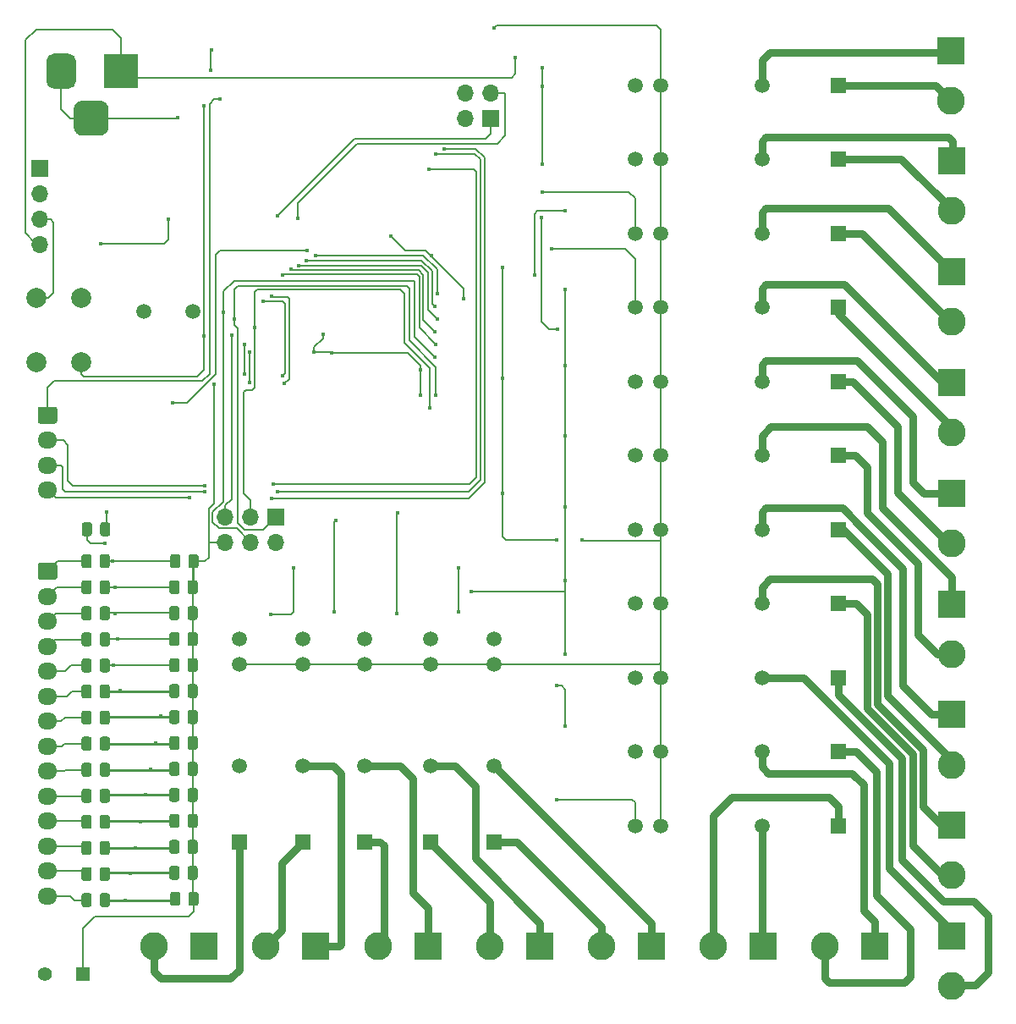
<source format=gbl>
G04 #@! TF.GenerationSoftware,KiCad,Pcbnew,(5.1.12)-1*
G04 #@! TF.CreationDate,2021-11-18T21:12:02+02:00*
G04 #@! TF.ProjectId,SmartHome,536d6172-7448-46f6-9d65-2e6b69636164,rev?*
G04 #@! TF.SameCoordinates,Original*
G04 #@! TF.FileFunction,Copper,L2,Bot*
G04 #@! TF.FilePolarity,Positive*
%FSLAX46Y46*%
G04 Gerber Fmt 4.6, Leading zero omitted, Abs format (unit mm)*
G04 Created by KiCad (PCBNEW (5.1.12)-1) date 2021-11-18 21:12:02*
%MOMM*%
%LPD*%
G01*
G04 APERTURE LIST*
G04 #@! TA.AperFunction,ComponentPad*
%ADD10R,1.700000X1.700000*%
G04 #@! TD*
G04 #@! TA.AperFunction,ComponentPad*
%ADD11O,1.700000X1.700000*%
G04 #@! TD*
G04 #@! TA.AperFunction,ComponentPad*
%ADD12R,1.508000X1.508000*%
G04 #@! TD*
G04 #@! TA.AperFunction,ComponentPad*
%ADD13C,1.508000*%
G04 #@! TD*
G04 #@! TA.AperFunction,ComponentPad*
%ADD14C,1.400000*%
G04 #@! TD*
G04 #@! TA.AperFunction,ComponentPad*
%ADD15R,1.400000X1.400000*%
G04 #@! TD*
G04 #@! TA.AperFunction,ComponentPad*
%ADD16O,1.950000X1.700000*%
G04 #@! TD*
G04 #@! TA.AperFunction,ComponentPad*
%ADD17C,2.000000*%
G04 #@! TD*
G04 #@! TA.AperFunction,ComponentPad*
%ADD18C,1.500000*%
G04 #@! TD*
G04 #@! TA.AperFunction,ComponentPad*
%ADD19C,2.800000*%
G04 #@! TD*
G04 #@! TA.AperFunction,ComponentPad*
%ADD20R,2.800000X2.800000*%
G04 #@! TD*
G04 #@! TA.AperFunction,ComponentPad*
%ADD21R,3.500000X3.500000*%
G04 #@! TD*
G04 #@! TA.AperFunction,ViaPad*
%ADD22C,0.400000*%
G04 #@! TD*
G04 #@! TA.AperFunction,Conductor*
%ADD23C,0.200000*%
G04 #@! TD*
G04 #@! TA.AperFunction,Conductor*
%ADD24C,0.250000*%
G04 #@! TD*
G04 #@! TA.AperFunction,Conductor*
%ADD25C,0.800000*%
G04 #@! TD*
G04 APERTURE END LIST*
G04 #@! TA.AperFunction,SMDPad,CuDef*
G36*
G01*
X150295560Y17218239D02*
X150295560Y18118241D01*
G75*
G02*
X150545559Y18368240I249999J0D01*
G01*
X151070561Y18368240D01*
G75*
G02*
X151320560Y18118241I0J-249999D01*
G01*
X151320560Y17218239D01*
G75*
G02*
X151070561Y16968240I-249999J0D01*
G01*
X150545559Y16968240D01*
G75*
G02*
X150295560Y17218239I0J249999D01*
G01*
G37*
G04 #@! TD.AperFunction*
G04 #@! TA.AperFunction,SMDPad,CuDef*
G36*
G01*
X148470560Y17218239D02*
X148470560Y18118241D01*
G75*
G02*
X148720559Y18368240I249999J0D01*
G01*
X149245561Y18368240D01*
G75*
G02*
X149495560Y18118241I0J-249999D01*
G01*
X149495560Y17218239D01*
G75*
G02*
X149245561Y16968240I-249999J0D01*
G01*
X148720559Y16968240D01*
G75*
G02*
X148470560Y17218239I0J249999D01*
G01*
G37*
G04 #@! TD.AperFunction*
D10*
X144264380Y53733700D03*
D11*
X144264380Y51193700D03*
X144264380Y48653700D03*
X144264380Y46113700D03*
D12*
X164208000Y-13589000D03*
D13*
X164208000Y-5969000D03*
X164208000Y4191000D03*
X164208000Y6731000D03*
D14*
X144780000Y-26797000D03*
D15*
X148590000Y-26797000D03*
D16*
X145034000Y21583000D03*
X145034000Y24083000D03*
X145034000Y26583000D03*
G04 #@! TA.AperFunction,ComponentPad*
G36*
G01*
X144309000Y29933000D02*
X145759000Y29933000D01*
G75*
G02*
X146009000Y29683000I0J-250000D01*
G01*
X146009000Y28483000D01*
G75*
G02*
X145759000Y28233000I-250000J0D01*
G01*
X144309000Y28233000D01*
G75*
G02*
X144059000Y28483000I0J250000D01*
G01*
X144059000Y29683000D01*
G75*
G02*
X144309000Y29933000I250000J0D01*
G01*
G37*
G04 #@! TD.AperFunction*
D17*
X143913860Y40845880D03*
X148413860Y40845880D03*
X143913860Y34345880D03*
X148413860Y34345880D03*
G04 #@! TA.AperFunction,SMDPad,CuDef*
G36*
G01*
X159126500Y-19754001D02*
X159126500Y-18853999D01*
G75*
G02*
X159376499Y-18604000I249999J0D01*
G01*
X159901501Y-18604000D01*
G75*
G02*
X160151500Y-18853999I0J-249999D01*
G01*
X160151500Y-19754001D01*
G75*
G02*
X159901501Y-20004000I-249999J0D01*
G01*
X159376499Y-20004000D01*
G75*
G02*
X159126500Y-19754001I0J249999D01*
G01*
G37*
G04 #@! TD.AperFunction*
G04 #@! TA.AperFunction,SMDPad,CuDef*
G36*
G01*
X157301500Y-19754001D02*
X157301500Y-18853999D01*
G75*
G02*
X157551499Y-18604000I249999J0D01*
G01*
X158076501Y-18604000D01*
G75*
G02*
X158326500Y-18853999I0J-249999D01*
G01*
X158326500Y-19754001D01*
G75*
G02*
X158076501Y-20004000I-249999J0D01*
G01*
X157551499Y-20004000D01*
G75*
G02*
X157301500Y-19754001I0J249999D01*
G01*
G37*
G04 #@! TD.AperFunction*
G04 #@! TA.AperFunction,SMDPad,CuDef*
G36*
G01*
X159046500Y-17155381D02*
X159046500Y-16255379D01*
G75*
G02*
X159296499Y-16005380I249999J0D01*
G01*
X159821501Y-16005380D01*
G75*
G02*
X160071500Y-16255379I0J-249999D01*
G01*
X160071500Y-17155381D01*
G75*
G02*
X159821501Y-17405380I-249999J0D01*
G01*
X159296499Y-17405380D01*
G75*
G02*
X159046500Y-17155381I0J249999D01*
G01*
G37*
G04 #@! TD.AperFunction*
G04 #@! TA.AperFunction,SMDPad,CuDef*
G36*
G01*
X157221500Y-17155381D02*
X157221500Y-16255379D01*
G75*
G02*
X157471499Y-16005380I249999J0D01*
G01*
X157996501Y-16005380D01*
G75*
G02*
X158246500Y-16255379I0J-249999D01*
G01*
X158246500Y-17155381D01*
G75*
G02*
X157996501Y-17405380I-249999J0D01*
G01*
X157471499Y-17405380D01*
G75*
G02*
X157221500Y-17155381I0J249999D01*
G01*
G37*
G04 #@! TD.AperFunction*
G04 #@! TA.AperFunction,SMDPad,CuDef*
G36*
G01*
X150260000Y-19881001D02*
X150260000Y-18980999D01*
G75*
G02*
X150509999Y-18731000I249999J0D01*
G01*
X151035001Y-18731000D01*
G75*
G02*
X151285000Y-18980999I0J-249999D01*
G01*
X151285000Y-19881001D01*
G75*
G02*
X151035001Y-20131000I-249999J0D01*
G01*
X150509999Y-20131000D01*
G75*
G02*
X150260000Y-19881001I0J249999D01*
G01*
G37*
G04 #@! TD.AperFunction*
G04 #@! TA.AperFunction,SMDPad,CuDef*
G36*
G01*
X148435000Y-19881001D02*
X148435000Y-18980999D01*
G75*
G02*
X148684999Y-18731000I249999J0D01*
G01*
X149210001Y-18731000D01*
G75*
G02*
X149460000Y-18980999I0J-249999D01*
G01*
X149460000Y-19881001D01*
G75*
G02*
X149210001Y-20131000I-249999J0D01*
G01*
X148684999Y-20131000D01*
G75*
G02*
X148435000Y-19881001I0J249999D01*
G01*
G37*
G04 #@! TD.AperFunction*
G04 #@! TA.AperFunction,SMDPad,CuDef*
G36*
G01*
X150260000Y-17272609D02*
X150260000Y-16372607D01*
G75*
G02*
X150509999Y-16122608I249999J0D01*
G01*
X151035001Y-16122608D01*
G75*
G02*
X151285000Y-16372607I0J-249999D01*
G01*
X151285000Y-17272609D01*
G75*
G02*
X151035001Y-17522608I-249999J0D01*
G01*
X150509999Y-17522608D01*
G75*
G02*
X150260000Y-17272609I0J249999D01*
G01*
G37*
G04 #@! TD.AperFunction*
G04 #@! TA.AperFunction,SMDPad,CuDef*
G36*
G01*
X148435000Y-17272609D02*
X148435000Y-16372607D01*
G75*
G02*
X148684999Y-16122608I249999J0D01*
G01*
X149210001Y-16122608D01*
G75*
G02*
X149460000Y-16372607I0J-249999D01*
G01*
X149460000Y-17272609D01*
G75*
G02*
X149210001Y-17522608I-249999J0D01*
G01*
X148684999Y-17522608D01*
G75*
G02*
X148435000Y-17272609I0J249999D01*
G01*
G37*
G04 #@! TD.AperFunction*
G04 #@! TA.AperFunction,SMDPad,CuDef*
G36*
G01*
X159046500Y-11958151D02*
X159046500Y-11058149D01*
G75*
G02*
X159296499Y-10808150I249999J0D01*
G01*
X159821501Y-10808150D01*
G75*
G02*
X160071500Y-11058149I0J-249999D01*
G01*
X160071500Y-11958151D01*
G75*
G02*
X159821501Y-12208150I-249999J0D01*
G01*
X159296499Y-12208150D01*
G75*
G02*
X159046500Y-11958151I0J249999D01*
G01*
G37*
G04 #@! TD.AperFunction*
G04 #@! TA.AperFunction,SMDPad,CuDef*
G36*
G01*
X157221500Y-11958151D02*
X157221500Y-11058149D01*
G75*
G02*
X157471499Y-10808150I249999J0D01*
G01*
X157996501Y-10808150D01*
G75*
G02*
X158246500Y-11058149I0J-249999D01*
G01*
X158246500Y-11958151D01*
G75*
G02*
X157996501Y-12208150I-249999J0D01*
G01*
X157471499Y-12208150D01*
G75*
G02*
X157221500Y-11958151I0J249999D01*
G01*
G37*
G04 #@! TD.AperFunction*
G04 #@! TA.AperFunction,SMDPad,CuDef*
G36*
G01*
X159046500Y-9359536D02*
X159046500Y-8459534D01*
G75*
G02*
X159296499Y-8209535I249999J0D01*
G01*
X159821501Y-8209535D01*
G75*
G02*
X160071500Y-8459534I0J-249999D01*
G01*
X160071500Y-9359536D01*
G75*
G02*
X159821501Y-9609535I-249999J0D01*
G01*
X159296499Y-9609535D01*
G75*
G02*
X159046500Y-9359536I0J249999D01*
G01*
G37*
G04 #@! TD.AperFunction*
G04 #@! TA.AperFunction,SMDPad,CuDef*
G36*
G01*
X157221500Y-9359536D02*
X157221500Y-8459534D01*
G75*
G02*
X157471499Y-8209535I249999J0D01*
G01*
X157996501Y-8209535D01*
G75*
G02*
X158246500Y-8459534I0J-249999D01*
G01*
X158246500Y-9359536D01*
G75*
G02*
X157996501Y-9609535I-249999J0D01*
G01*
X157471499Y-9609535D01*
G75*
G02*
X157221500Y-9359536I0J249999D01*
G01*
G37*
G04 #@! TD.AperFunction*
G04 #@! TA.AperFunction,SMDPad,CuDef*
G36*
G01*
X159046500Y-14556766D02*
X159046500Y-13656764D01*
G75*
G02*
X159296499Y-13406765I249999J0D01*
G01*
X159821501Y-13406765D01*
G75*
G02*
X160071500Y-13656764I0J-249999D01*
G01*
X160071500Y-14556766D01*
G75*
G02*
X159821501Y-14806765I-249999J0D01*
G01*
X159296499Y-14806765D01*
G75*
G02*
X159046500Y-14556766I0J249999D01*
G01*
G37*
G04 #@! TD.AperFunction*
G04 #@! TA.AperFunction,SMDPad,CuDef*
G36*
G01*
X157221500Y-14556766D02*
X157221500Y-13656764D01*
G75*
G02*
X157471499Y-13406765I249999J0D01*
G01*
X157996501Y-13406765D01*
G75*
G02*
X158246500Y-13656764I0J-249999D01*
G01*
X158246500Y-14556766D01*
G75*
G02*
X157996501Y-14806765I-249999J0D01*
G01*
X157471499Y-14806765D01*
G75*
G02*
X157221500Y-14556766I0J249999D01*
G01*
G37*
G04 #@! TD.AperFunction*
G04 #@! TA.AperFunction,SMDPad,CuDef*
G36*
G01*
X150260000Y-12055841D02*
X150260000Y-11155839D01*
G75*
G02*
X150509999Y-10905840I249999J0D01*
G01*
X151035001Y-10905840D01*
G75*
G02*
X151285000Y-11155839I0J-249999D01*
G01*
X151285000Y-12055841D01*
G75*
G02*
X151035001Y-12305840I-249999J0D01*
G01*
X150509999Y-12305840D01*
G75*
G02*
X150260000Y-12055841I0J249999D01*
G01*
G37*
G04 #@! TD.AperFunction*
G04 #@! TA.AperFunction,SMDPad,CuDef*
G36*
G01*
X148435000Y-12055841D02*
X148435000Y-11155839D01*
G75*
G02*
X148684999Y-10905840I249999J0D01*
G01*
X149210001Y-10905840D01*
G75*
G02*
X149460000Y-11155839I0J-249999D01*
G01*
X149460000Y-12055841D01*
G75*
G02*
X149210001Y-12305840I-249999J0D01*
G01*
X148684999Y-12305840D01*
G75*
G02*
X148435000Y-12055841I0J249999D01*
G01*
G37*
G04 #@! TD.AperFunction*
G04 #@! TA.AperFunction,SMDPad,CuDef*
G36*
G01*
X150260000Y-9447457D02*
X150260000Y-8547455D01*
G75*
G02*
X150509999Y-8297456I249999J0D01*
G01*
X151035001Y-8297456D01*
G75*
G02*
X151285000Y-8547455I0J-249999D01*
G01*
X151285000Y-9447457D01*
G75*
G02*
X151035001Y-9697456I-249999J0D01*
G01*
X150509999Y-9697456D01*
G75*
G02*
X150260000Y-9447457I0J249999D01*
G01*
G37*
G04 #@! TD.AperFunction*
G04 #@! TA.AperFunction,SMDPad,CuDef*
G36*
G01*
X148435000Y-9447457D02*
X148435000Y-8547455D01*
G75*
G02*
X148684999Y-8297456I249999J0D01*
G01*
X149210001Y-8297456D01*
G75*
G02*
X149460000Y-8547455I0J-249999D01*
G01*
X149460000Y-9447457D01*
G75*
G02*
X149210001Y-9697456I-249999J0D01*
G01*
X148684999Y-9697456D01*
G75*
G02*
X148435000Y-9447457I0J249999D01*
G01*
G37*
G04 #@! TD.AperFunction*
G04 #@! TA.AperFunction,SMDPad,CuDef*
G36*
G01*
X150260000Y-14664225D02*
X150260000Y-13764223D01*
G75*
G02*
X150509999Y-13514224I249999J0D01*
G01*
X151035001Y-13514224D01*
G75*
G02*
X151285000Y-13764223I0J-249999D01*
G01*
X151285000Y-14664225D01*
G75*
G02*
X151035001Y-14914224I-249999J0D01*
G01*
X150509999Y-14914224D01*
G75*
G02*
X150260000Y-14664225I0J249999D01*
G01*
G37*
G04 #@! TD.AperFunction*
G04 #@! TA.AperFunction,SMDPad,CuDef*
G36*
G01*
X148435000Y-14664225D02*
X148435000Y-13764223D01*
G75*
G02*
X148684999Y-13514224I249999J0D01*
G01*
X149210001Y-13514224D01*
G75*
G02*
X149460000Y-13764223I0J-249999D01*
G01*
X149460000Y-14664225D01*
G75*
G02*
X149210001Y-14914224I-249999J0D01*
G01*
X148684999Y-14914224D01*
G75*
G02*
X148435000Y-14664225I0J249999D01*
G01*
G37*
G04 #@! TD.AperFunction*
G04 #@! TA.AperFunction,SMDPad,CuDef*
G36*
G01*
X159046500Y-4162306D02*
X159046500Y-3262304D01*
G75*
G02*
X159296499Y-3012305I249999J0D01*
G01*
X159821501Y-3012305D01*
G75*
G02*
X160071500Y-3262304I0J-249999D01*
G01*
X160071500Y-4162306D01*
G75*
G02*
X159821501Y-4412305I-249999J0D01*
G01*
X159296499Y-4412305D01*
G75*
G02*
X159046500Y-4162306I0J249999D01*
G01*
G37*
G04 #@! TD.AperFunction*
G04 #@! TA.AperFunction,SMDPad,CuDef*
G36*
G01*
X157221500Y-4162306D02*
X157221500Y-3262304D01*
G75*
G02*
X157471499Y-3012305I249999J0D01*
G01*
X157996501Y-3012305D01*
G75*
G02*
X158246500Y-3262304I0J-249999D01*
G01*
X158246500Y-4162306D01*
G75*
G02*
X157996501Y-4412305I-249999J0D01*
G01*
X157471499Y-4412305D01*
G75*
G02*
X157221500Y-4162306I0J249999D01*
G01*
G37*
G04 #@! TD.AperFunction*
G04 #@! TA.AperFunction,SMDPad,CuDef*
G36*
G01*
X159046500Y-1563691D02*
X159046500Y-663689D01*
G75*
G02*
X159296499Y-413690I249999J0D01*
G01*
X159821501Y-413690D01*
G75*
G02*
X160071500Y-663689I0J-249999D01*
G01*
X160071500Y-1563691D01*
G75*
G02*
X159821501Y-1813690I-249999J0D01*
G01*
X159296499Y-1813690D01*
G75*
G02*
X159046500Y-1563691I0J249999D01*
G01*
G37*
G04 #@! TD.AperFunction*
G04 #@! TA.AperFunction,SMDPad,CuDef*
G36*
G01*
X157221500Y-1563691D02*
X157221500Y-663689D01*
G75*
G02*
X157471499Y-413690I249999J0D01*
G01*
X157996501Y-413690D01*
G75*
G02*
X158246500Y-663689I0J-249999D01*
G01*
X158246500Y-1563691D01*
G75*
G02*
X157996501Y-1813690I-249999J0D01*
G01*
X157471499Y-1813690D01*
G75*
G02*
X157221500Y-1563691I0J249999D01*
G01*
G37*
G04 #@! TD.AperFunction*
G04 #@! TA.AperFunction,SMDPad,CuDef*
G36*
G01*
X159046500Y-6760921D02*
X159046500Y-5860919D01*
G75*
G02*
X159296499Y-5610920I249999J0D01*
G01*
X159821501Y-5610920D01*
G75*
G02*
X160071500Y-5860919I0J-249999D01*
G01*
X160071500Y-6760921D01*
G75*
G02*
X159821501Y-7010920I-249999J0D01*
G01*
X159296499Y-7010920D01*
G75*
G02*
X159046500Y-6760921I0J249999D01*
G01*
G37*
G04 #@! TD.AperFunction*
G04 #@! TA.AperFunction,SMDPad,CuDef*
G36*
G01*
X157221500Y-6760921D02*
X157221500Y-5860919D01*
G75*
G02*
X157471499Y-5610920I249999J0D01*
G01*
X157996501Y-5610920D01*
G75*
G02*
X158246500Y-5860919I0J-249999D01*
G01*
X158246500Y-6760921D01*
G75*
G02*
X157996501Y-7010920I-249999J0D01*
G01*
X157471499Y-7010920D01*
G75*
G02*
X157221500Y-6760921I0J249999D01*
G01*
G37*
G04 #@! TD.AperFunction*
G04 #@! TA.AperFunction,SMDPad,CuDef*
G36*
G01*
X150260000Y-4230689D02*
X150260000Y-3330687D01*
G75*
G02*
X150509999Y-3080688I249999J0D01*
G01*
X151035001Y-3080688D01*
G75*
G02*
X151285000Y-3330687I0J-249999D01*
G01*
X151285000Y-4230689D01*
G75*
G02*
X151035001Y-4480688I-249999J0D01*
G01*
X150509999Y-4480688D01*
G75*
G02*
X150260000Y-4230689I0J249999D01*
G01*
G37*
G04 #@! TD.AperFunction*
G04 #@! TA.AperFunction,SMDPad,CuDef*
G36*
G01*
X148435000Y-4230689D02*
X148435000Y-3330687D01*
G75*
G02*
X148684999Y-3080688I249999J0D01*
G01*
X149210001Y-3080688D01*
G75*
G02*
X149460000Y-3330687I0J-249999D01*
G01*
X149460000Y-4230689D01*
G75*
G02*
X149210001Y-4480688I-249999J0D01*
G01*
X148684999Y-4480688D01*
G75*
G02*
X148435000Y-4230689I0J249999D01*
G01*
G37*
G04 #@! TD.AperFunction*
G04 #@! TA.AperFunction,SMDPad,CuDef*
G36*
G01*
X150260000Y-1622305D02*
X150260000Y-722303D01*
G75*
G02*
X150509999Y-472304I249999J0D01*
G01*
X151035001Y-472304D01*
G75*
G02*
X151285000Y-722303I0J-249999D01*
G01*
X151285000Y-1622305D01*
G75*
G02*
X151035001Y-1872304I-249999J0D01*
G01*
X150509999Y-1872304D01*
G75*
G02*
X150260000Y-1622305I0J249999D01*
G01*
G37*
G04 #@! TD.AperFunction*
G04 #@! TA.AperFunction,SMDPad,CuDef*
G36*
G01*
X148435000Y-1622305D02*
X148435000Y-722303D01*
G75*
G02*
X148684999Y-472304I249999J0D01*
G01*
X149210001Y-472304D01*
G75*
G02*
X149460000Y-722303I0J-249999D01*
G01*
X149460000Y-1622305D01*
G75*
G02*
X149210001Y-1872304I-249999J0D01*
G01*
X148684999Y-1872304D01*
G75*
G02*
X148435000Y-1622305I0J249999D01*
G01*
G37*
G04 #@! TD.AperFunction*
G04 #@! TA.AperFunction,SMDPad,CuDef*
G36*
G01*
X150260000Y-6839073D02*
X150260000Y-5939071D01*
G75*
G02*
X150509999Y-5689072I249999J0D01*
G01*
X151035001Y-5689072D01*
G75*
G02*
X151285000Y-5939071I0J-249999D01*
G01*
X151285000Y-6839073D01*
G75*
G02*
X151035001Y-7089072I-249999J0D01*
G01*
X150509999Y-7089072D01*
G75*
G02*
X150260000Y-6839073I0J249999D01*
G01*
G37*
G04 #@! TD.AperFunction*
G04 #@! TA.AperFunction,SMDPad,CuDef*
G36*
G01*
X148435000Y-6839073D02*
X148435000Y-5939071D01*
G75*
G02*
X148684999Y-5689072I249999J0D01*
G01*
X149210001Y-5689072D01*
G75*
G02*
X149460000Y-5939071I0J-249999D01*
G01*
X149460000Y-6839073D01*
G75*
G02*
X149210001Y-7089072I-249999J0D01*
G01*
X148684999Y-7089072D01*
G75*
G02*
X148435000Y-6839073I0J249999D01*
G01*
G37*
G04 #@! TD.AperFunction*
G04 #@! TA.AperFunction,SMDPad,CuDef*
G36*
G01*
X159046500Y3633539D02*
X159046500Y4533541D01*
G75*
G02*
X159296499Y4783540I249999J0D01*
G01*
X159821501Y4783540D01*
G75*
G02*
X160071500Y4533541I0J-249999D01*
G01*
X160071500Y3633539D01*
G75*
G02*
X159821501Y3383540I-249999J0D01*
G01*
X159296499Y3383540D01*
G75*
G02*
X159046500Y3633539I0J249999D01*
G01*
G37*
G04 #@! TD.AperFunction*
G04 #@! TA.AperFunction,SMDPad,CuDef*
G36*
G01*
X157221500Y3633539D02*
X157221500Y4533541D01*
G75*
G02*
X157471499Y4783540I249999J0D01*
G01*
X157996501Y4783540D01*
G75*
G02*
X158246500Y4533541I0J-249999D01*
G01*
X158246500Y3633539D01*
G75*
G02*
X157996501Y3383540I-249999J0D01*
G01*
X157471499Y3383540D01*
G75*
G02*
X157221500Y3633539I0J249999D01*
G01*
G37*
G04 #@! TD.AperFunction*
G04 #@! TA.AperFunction,SMDPad,CuDef*
G36*
G01*
X159046500Y6232154D02*
X159046500Y7132156D01*
G75*
G02*
X159296499Y7382155I249999J0D01*
G01*
X159821501Y7382155D01*
G75*
G02*
X160071500Y7132156I0J-249999D01*
G01*
X160071500Y6232154D01*
G75*
G02*
X159821501Y5982155I-249999J0D01*
G01*
X159296499Y5982155D01*
G75*
G02*
X159046500Y6232154I0J249999D01*
G01*
G37*
G04 #@! TD.AperFunction*
G04 #@! TA.AperFunction,SMDPad,CuDef*
G36*
G01*
X157221500Y6232154D02*
X157221500Y7132156D01*
G75*
G02*
X157471499Y7382155I249999J0D01*
G01*
X157996501Y7382155D01*
G75*
G02*
X158246500Y7132156I0J-249999D01*
G01*
X158246500Y6232154D01*
G75*
G02*
X157996501Y5982155I-249999J0D01*
G01*
X157471499Y5982155D01*
G75*
G02*
X157221500Y6232154I0J249999D01*
G01*
G37*
G04 #@! TD.AperFunction*
G04 #@! TA.AperFunction,SMDPad,CuDef*
G36*
G01*
X159046500Y1034924D02*
X159046500Y1934926D01*
G75*
G02*
X159296499Y2184925I249999J0D01*
G01*
X159821501Y2184925D01*
G75*
G02*
X160071500Y1934926I0J-249999D01*
G01*
X160071500Y1034924D01*
G75*
G02*
X159821501Y784925I-249999J0D01*
G01*
X159296499Y784925D01*
G75*
G02*
X159046500Y1034924I0J249999D01*
G01*
G37*
G04 #@! TD.AperFunction*
G04 #@! TA.AperFunction,SMDPad,CuDef*
G36*
G01*
X157221500Y1034924D02*
X157221500Y1934926D01*
G75*
G02*
X157471499Y2184925I249999J0D01*
G01*
X157996501Y2184925D01*
G75*
G02*
X158246500Y1934926I0J-249999D01*
G01*
X158246500Y1034924D01*
G75*
G02*
X157996501Y784925I-249999J0D01*
G01*
X157471499Y784925D01*
G75*
G02*
X157221500Y1034924I0J249999D01*
G01*
G37*
G04 #@! TD.AperFunction*
G04 #@! TA.AperFunction,SMDPad,CuDef*
G36*
G01*
X150260000Y3594463D02*
X150260000Y4494465D01*
G75*
G02*
X150509999Y4744464I249999J0D01*
G01*
X151035001Y4744464D01*
G75*
G02*
X151285000Y4494465I0J-249999D01*
G01*
X151285000Y3594463D01*
G75*
G02*
X151035001Y3344464I-249999J0D01*
G01*
X150509999Y3344464D01*
G75*
G02*
X150260000Y3594463I0J249999D01*
G01*
G37*
G04 #@! TD.AperFunction*
G04 #@! TA.AperFunction,SMDPad,CuDef*
G36*
G01*
X148435000Y3594463D02*
X148435000Y4494465D01*
G75*
G02*
X148684999Y4744464I249999J0D01*
G01*
X149210001Y4744464D01*
G75*
G02*
X149460000Y4494465I0J-249999D01*
G01*
X149460000Y3594463D01*
G75*
G02*
X149210001Y3344464I-249999J0D01*
G01*
X148684999Y3344464D01*
G75*
G02*
X148435000Y3594463I0J249999D01*
G01*
G37*
G04 #@! TD.AperFunction*
G04 #@! TA.AperFunction,SMDPad,CuDef*
G36*
G01*
X150260000Y6202847D02*
X150260000Y7102849D01*
G75*
G02*
X150509999Y7352848I249999J0D01*
G01*
X151035001Y7352848D01*
G75*
G02*
X151285000Y7102849I0J-249999D01*
G01*
X151285000Y6202847D01*
G75*
G02*
X151035001Y5952848I-249999J0D01*
G01*
X150509999Y5952848D01*
G75*
G02*
X150260000Y6202847I0J249999D01*
G01*
G37*
G04 #@! TD.AperFunction*
G04 #@! TA.AperFunction,SMDPad,CuDef*
G36*
G01*
X148435000Y6202847D02*
X148435000Y7102849D01*
G75*
G02*
X148684999Y7352848I249999J0D01*
G01*
X149210001Y7352848D01*
G75*
G02*
X149460000Y7102849I0J-249999D01*
G01*
X149460000Y6202847D01*
G75*
G02*
X149210001Y5952848I-249999J0D01*
G01*
X148684999Y5952848D01*
G75*
G02*
X148435000Y6202847I0J249999D01*
G01*
G37*
G04 #@! TD.AperFunction*
G04 #@! TA.AperFunction,SMDPad,CuDef*
G36*
G01*
X150260000Y986079D02*
X150260000Y1886081D01*
G75*
G02*
X150509999Y2136080I249999J0D01*
G01*
X151035001Y2136080D01*
G75*
G02*
X151285000Y1886081I0J-249999D01*
G01*
X151285000Y986079D01*
G75*
G02*
X151035001Y736080I-249999J0D01*
G01*
X150509999Y736080D01*
G75*
G02*
X150260000Y986079I0J249999D01*
G01*
G37*
G04 #@! TD.AperFunction*
G04 #@! TA.AperFunction,SMDPad,CuDef*
G36*
G01*
X148435000Y986079D02*
X148435000Y1886081D01*
G75*
G02*
X148684999Y2136080I249999J0D01*
G01*
X149210001Y2136080D01*
G75*
G02*
X149460000Y1886081I0J-249999D01*
G01*
X149460000Y986079D01*
G75*
G02*
X149210001Y736080I-249999J0D01*
G01*
X148684999Y736080D01*
G75*
G02*
X148435000Y986079I0J249999D01*
G01*
G37*
G04 #@! TD.AperFunction*
G04 #@! TA.AperFunction,SMDPad,CuDef*
G36*
G01*
X159046500Y11429384D02*
X159046500Y12329386D01*
G75*
G02*
X159296499Y12579385I249999J0D01*
G01*
X159821501Y12579385D01*
G75*
G02*
X160071500Y12329386I0J-249999D01*
G01*
X160071500Y11429384D01*
G75*
G02*
X159821501Y11179385I-249999J0D01*
G01*
X159296499Y11179385D01*
G75*
G02*
X159046500Y11429384I0J249999D01*
G01*
G37*
G04 #@! TD.AperFunction*
G04 #@! TA.AperFunction,SMDPad,CuDef*
G36*
G01*
X157221500Y11429384D02*
X157221500Y12329386D01*
G75*
G02*
X157471499Y12579385I249999J0D01*
G01*
X157996501Y12579385D01*
G75*
G02*
X158246500Y12329386I0J-249999D01*
G01*
X158246500Y11429384D01*
G75*
G02*
X157996501Y11179385I-249999J0D01*
G01*
X157471499Y11179385D01*
G75*
G02*
X157221500Y11429384I0J249999D01*
G01*
G37*
G04 #@! TD.AperFunction*
G04 #@! TA.AperFunction,SMDPad,CuDef*
G36*
G01*
X159126500Y14027999D02*
X159126500Y14928001D01*
G75*
G02*
X159376499Y15178000I249999J0D01*
G01*
X159901501Y15178000D01*
G75*
G02*
X160151500Y14928001I0J-249999D01*
G01*
X160151500Y14027999D01*
G75*
G02*
X159901501Y13778000I-249999J0D01*
G01*
X159376499Y13778000D01*
G75*
G02*
X159126500Y14027999I0J249999D01*
G01*
G37*
G04 #@! TD.AperFunction*
G04 #@! TA.AperFunction,SMDPad,CuDef*
G36*
G01*
X157301500Y14027999D02*
X157301500Y14928001D01*
G75*
G02*
X157551499Y15178000I249999J0D01*
G01*
X158076501Y15178000D01*
G75*
G02*
X158326500Y14928001I0J-249999D01*
G01*
X158326500Y14027999D01*
G75*
G02*
X158076501Y13778000I-249999J0D01*
G01*
X157551499Y13778000D01*
G75*
G02*
X157301500Y14027999I0J249999D01*
G01*
G37*
G04 #@! TD.AperFunction*
G04 #@! TA.AperFunction,SMDPad,CuDef*
G36*
G01*
X159046500Y8830769D02*
X159046500Y9730771D01*
G75*
G02*
X159296499Y9980770I249999J0D01*
G01*
X159821501Y9980770D01*
G75*
G02*
X160071500Y9730771I0J-249999D01*
G01*
X160071500Y8830769D01*
G75*
G02*
X159821501Y8580770I-249999J0D01*
G01*
X159296499Y8580770D01*
G75*
G02*
X159046500Y8830769I0J249999D01*
G01*
G37*
G04 #@! TD.AperFunction*
G04 #@! TA.AperFunction,SMDPad,CuDef*
G36*
G01*
X157221500Y8830769D02*
X157221500Y9730771D01*
G75*
G02*
X157471499Y9980770I249999J0D01*
G01*
X157996501Y9980770D01*
G75*
G02*
X158246500Y9730771I0J-249999D01*
G01*
X158246500Y8830769D01*
G75*
G02*
X157996501Y8580770I-249999J0D01*
G01*
X157471499Y8580770D01*
G75*
G02*
X157221500Y8830769I0J249999D01*
G01*
G37*
G04 #@! TD.AperFunction*
G04 #@! TA.AperFunction,SMDPad,CuDef*
G36*
G01*
X150260000Y11419615D02*
X150260000Y12319617D01*
G75*
G02*
X150509999Y12569616I249999J0D01*
G01*
X151035001Y12569616D01*
G75*
G02*
X151285000Y12319617I0J-249999D01*
G01*
X151285000Y11419615D01*
G75*
G02*
X151035001Y11169616I-249999J0D01*
G01*
X150509999Y11169616D01*
G75*
G02*
X150260000Y11419615I0J249999D01*
G01*
G37*
G04 #@! TD.AperFunction*
G04 #@! TA.AperFunction,SMDPad,CuDef*
G36*
G01*
X148435000Y11419615D02*
X148435000Y12319617D01*
G75*
G02*
X148684999Y12569616I249999J0D01*
G01*
X149210001Y12569616D01*
G75*
G02*
X149460000Y12319617I0J-249999D01*
G01*
X149460000Y11419615D01*
G75*
G02*
X149210001Y11169616I-249999J0D01*
G01*
X148684999Y11169616D01*
G75*
G02*
X148435000Y11419615I0J249999D01*
G01*
G37*
G04 #@! TD.AperFunction*
G04 #@! TA.AperFunction,SMDPad,CuDef*
G36*
G01*
X150260000Y14027999D02*
X150260000Y14928001D01*
G75*
G02*
X150509999Y15178000I249999J0D01*
G01*
X151035001Y15178000D01*
G75*
G02*
X151285000Y14928001I0J-249999D01*
G01*
X151285000Y14027999D01*
G75*
G02*
X151035001Y13778000I-249999J0D01*
G01*
X150509999Y13778000D01*
G75*
G02*
X150260000Y14027999I0J249999D01*
G01*
G37*
G04 #@! TD.AperFunction*
G04 #@! TA.AperFunction,SMDPad,CuDef*
G36*
G01*
X148435000Y14027999D02*
X148435000Y14928001D01*
G75*
G02*
X148684999Y15178000I249999J0D01*
G01*
X149210001Y15178000D01*
G75*
G02*
X149460000Y14928001I0J-249999D01*
G01*
X149460000Y14027999D01*
G75*
G02*
X149210001Y13778000I-249999J0D01*
G01*
X148684999Y13778000D01*
G75*
G02*
X148435000Y14027999I0J249999D01*
G01*
G37*
G04 #@! TD.AperFunction*
G04 #@! TA.AperFunction,SMDPad,CuDef*
G36*
G01*
X150260000Y8811231D02*
X150260000Y9711233D01*
G75*
G02*
X150509999Y9961232I249999J0D01*
G01*
X151035001Y9961232D01*
G75*
G02*
X151285000Y9711233I0J-249999D01*
G01*
X151285000Y8811231D01*
G75*
G02*
X151035001Y8561232I-249999J0D01*
G01*
X150509999Y8561232D01*
G75*
G02*
X150260000Y8811231I0J249999D01*
G01*
G37*
G04 #@! TD.AperFunction*
G04 #@! TA.AperFunction,SMDPad,CuDef*
G36*
G01*
X148435000Y8811231D02*
X148435000Y9711233D01*
G75*
G02*
X148684999Y9961232I249999J0D01*
G01*
X149210001Y9961232D01*
G75*
G02*
X149460000Y9711233I0J-249999D01*
G01*
X149460000Y8811231D01*
G75*
G02*
X149210001Y8561232I-249999J0D01*
G01*
X148684999Y8561232D01*
G75*
G02*
X148435000Y8811231I0J249999D01*
G01*
G37*
G04 #@! TD.AperFunction*
D16*
X145034000Y-19038000D03*
X145034000Y-16538000D03*
X145034000Y-14038000D03*
X145034000Y-11538000D03*
X145034000Y-9038000D03*
X145034000Y-6538000D03*
X145034000Y-4038000D03*
X145034000Y-1538000D03*
X145034000Y962000D03*
X145034000Y3462000D03*
X145034000Y5962000D03*
X145034000Y8462000D03*
X145034000Y10962000D03*
G04 #@! TA.AperFunction,ComponentPad*
G36*
G01*
X144309000Y14312000D02*
X145759000Y14312000D01*
G75*
G02*
X146009000Y14062000I0J-250000D01*
G01*
X146009000Y12862000D01*
G75*
G02*
X145759000Y12612000I-250000J0D01*
G01*
X144309000Y12612000D01*
G75*
G02*
X144059000Y12862000I0J250000D01*
G01*
X144059000Y14062000D01*
G75*
G02*
X144309000Y14312000I250000J0D01*
G01*
G37*
G04 #@! TD.AperFunction*
D18*
X159566000Y39497000D03*
X154686000Y39497000D03*
D12*
X170558000Y-13589000D03*
D13*
X170558000Y-5969000D03*
X170558000Y4191000D03*
X170558000Y6731000D03*
D12*
X183385000Y-13589000D03*
D13*
X183385000Y-5969000D03*
X183385000Y4191000D03*
X183385000Y6731000D03*
D12*
X176781000Y-13589000D03*
D13*
X176781000Y-5969000D03*
X176781000Y4191000D03*
X176781000Y6731000D03*
D12*
X224155000Y-11983330D03*
D13*
X216535000Y-11983330D03*
X206375000Y-11983330D03*
X203835000Y-11983330D03*
D12*
X189735000Y-13589000D03*
D13*
X189735000Y-5969000D03*
X189735000Y4191000D03*
X189735000Y6731000D03*
D12*
X224155000Y2833336D03*
D13*
X216535000Y2833336D03*
X206375000Y2833336D03*
X203835000Y2833336D03*
D12*
X224155000Y-4574997D03*
D13*
X216535000Y-4574997D03*
X206375000Y-4574997D03*
X203835000Y-4574997D03*
D12*
X224155000Y17650002D03*
D13*
X216535000Y17650002D03*
X206375000Y17650002D03*
X203835000Y17650002D03*
D12*
X224155000Y10241669D03*
D13*
X216535000Y10241669D03*
X206375000Y10241669D03*
X203835000Y10241669D03*
D12*
X224155000Y32466668D03*
D13*
X216535000Y32466668D03*
X206375000Y32466668D03*
X203835000Y32466668D03*
D12*
X224155000Y25058335D03*
D13*
X216535000Y25058335D03*
X206375000Y25058335D03*
X203835000Y25058335D03*
D12*
X224155000Y47283334D03*
D13*
X216535000Y47283334D03*
X206375000Y47283334D03*
X203835000Y47283334D03*
D12*
X224155000Y39875001D03*
D13*
X216535000Y39875001D03*
X206375000Y39875001D03*
X203835000Y39875001D03*
D12*
X224155000Y62100000D03*
D13*
X216535000Y62100000D03*
X206375000Y62100000D03*
X203835000Y62100000D03*
D12*
X224155000Y54691667D03*
D13*
X216535000Y54691667D03*
X206375000Y54691667D03*
X203835000Y54691667D03*
D19*
X166831000Y-24003000D03*
D20*
X171831000Y-24003000D03*
D19*
X155655000Y-24003000D03*
D20*
X160655000Y-24003000D03*
D19*
X189310000Y-24003000D03*
D20*
X194310000Y-24003000D03*
D19*
X178134000Y-24003000D03*
D20*
X183134000Y-24003000D03*
D19*
X211662000Y-24003000D03*
D20*
X216662000Y-24003000D03*
D19*
X200486000Y-24003000D03*
D20*
X205486000Y-24003000D03*
D19*
X235518960Y-27987000D03*
D20*
X235518960Y-22987000D03*
D19*
X222838000Y-24003000D03*
D20*
X227838000Y-24003000D03*
D19*
X235511340Y-5876300D03*
D20*
X235511340Y-876300D03*
D19*
X235511340Y-16931640D03*
D20*
X235511340Y-11931640D03*
D19*
X235521500Y16273780D03*
D20*
X235521500Y21273780D03*
D19*
X235516420Y5204460D03*
D20*
X235516420Y10204460D03*
D19*
X235503720Y38450520D03*
D20*
X235503720Y43450520D03*
D19*
X235511340Y27363420D03*
D20*
X235511340Y32363420D03*
D19*
X235480860Y60537080D03*
D20*
X235480860Y65537080D03*
D19*
X235508800Y49526180D03*
D20*
X235508800Y54526180D03*
D10*
X167894000Y18923000D03*
D11*
X167894000Y16383000D03*
X165354000Y18923000D03*
X165354000Y16383000D03*
X162814000Y18923000D03*
X162814000Y16383000D03*
D10*
X189357000Y58801000D03*
D11*
X186817000Y58801000D03*
X189357000Y61341000D03*
X186817000Y61341000D03*
D21*
X152400000Y63500000D03*
G04 #@! TA.AperFunction,ComponentPad*
G36*
G01*
X144900000Y62500000D02*
X144900000Y64500000D01*
G75*
G02*
X145650000Y65250000I750000J0D01*
G01*
X147150000Y65250000D01*
G75*
G02*
X147900000Y64500000I0J-750000D01*
G01*
X147900000Y62500000D01*
G75*
G02*
X147150000Y61750000I-750000J0D01*
G01*
X145650000Y61750000D01*
G75*
G02*
X144900000Y62500000I0J750000D01*
G01*
G37*
G04 #@! TD.AperFunction*
G04 #@! TA.AperFunction,ComponentPad*
G36*
G01*
X147650000Y57925000D02*
X147650000Y59675000D01*
G75*
G02*
X148525000Y60550000I875000J0D01*
G01*
X150275000Y60550000D01*
G75*
G02*
X151150000Y59675000I0J-875000D01*
G01*
X151150000Y57925000D01*
G75*
G02*
X150275000Y57050000I-875000J0D01*
G01*
X148525000Y57050000D01*
G75*
G02*
X147650000Y57925000I0J875000D01*
G01*
G37*
G04 #@! TD.AperFunction*
D22*
X171831000Y45085000D03*
X184053032Y41276689D03*
X183769000Y40005000D03*
X170942000Y44577000D03*
X184023000Y38735000D03*
X170179942Y44072022D03*
X183769000Y37465000D03*
X169392699Y43672011D03*
X183896000Y36195000D03*
X168593000Y43117000D03*
X183769000Y34925000D03*
X162633660Y39403020D03*
X183896000Y31115000D03*
X163703000Y38735000D03*
X183261000Y29845000D03*
X165735000Y37846000D03*
X163449000Y37084000D03*
X160665169Y60004969D03*
X160690560Y37025580D03*
X194564020Y54229020D03*
X196850000Y41656000D03*
X196850000Y34036000D03*
X196850000Y27051000D03*
X196850000Y19939000D03*
X196850000Y12573000D03*
X196850000Y5207000D03*
X195952500Y2040500D03*
X196850000Y-2032000D03*
X164726990Y33175026D03*
X164726990Y36202990D03*
X193767010Y43145010D03*
X196850000Y49530000D03*
X194530980Y63820040D03*
X187452000Y11430000D03*
X194564001Y61976019D03*
X161737000Y32197000D03*
X165227000Y32385000D03*
X172593000Y37211000D03*
X171704000Y35433000D03*
X179392580Y47035720D03*
X182372000Y31115000D03*
X186690000Y40741600D03*
X158064200Y58874660D03*
X183441340Y45082460D03*
X182372000Y33662620D03*
X165234990Y35433000D03*
X173482000Y35306000D03*
X168529000Y33020000D03*
X166636700Y40467280D03*
X168021000Y49022000D03*
X168758000Y32233000D03*
X170053000Y48768000D03*
X167459660Y40980360D03*
X151511000Y14478000D03*
X151823616Y11869616D03*
X151765000Y9271000D03*
X152019000Y6731000D03*
X151657540Y4083540D03*
X152273000Y1524000D03*
X152781000Y-19431000D03*
X153289000Y-16764000D03*
X153797000Y-14224000D03*
X154305000Y-11557000D03*
X154813000Y-8890000D03*
X155321000Y-6350000D03*
X155829000Y-3683000D03*
X156337000Y-1016000D03*
X157154520Y48682000D03*
X150329900Y46255940D03*
X161386520Y63616840D03*
X161406840Y65636140D03*
X191833500Y64874140D03*
X198564500Y16573500D03*
X195961000Y16637000D03*
X190535000Y32801000D03*
X190535000Y43907000D03*
X190563500Y21272500D03*
X189740540Y67820540D03*
X195453000Y45720000D03*
X194564000Y51435000D03*
X194437000Y48895000D03*
X196088000Y37719000D03*
X195961000Y-9398000D03*
X179959000Y9271000D03*
X180086000Y19304000D03*
X186182000Y9398000D03*
X186182000Y13830300D03*
X167386000Y9144000D03*
X169672000Y13843000D03*
X173736000Y9398000D03*
X173863000Y18542000D03*
X159252920Y20858480D03*
X183235600Y53695600D03*
X167589200Y22199600D03*
X167487600Y20777200D03*
X160733239Y21388839D03*
X184758385Y55745010D03*
X183896000Y55245000D03*
X168046400Y21437600D03*
X160782000Y22047200D03*
X162282000Y60682000D03*
X171005000Y45579800D03*
X157581600Y30276800D03*
X150964900Y19403060D03*
X150741380Y16273780D03*
D23*
X184053032Y41559531D02*
X184053032Y41276689D01*
X184053032Y43678288D02*
X184053032Y41559531D01*
X182646320Y45085000D02*
X184053032Y43678288D01*
X171831000Y45085000D02*
X182646320Y45085000D01*
X183553022Y40220978D02*
X183553022Y43511378D01*
X183769000Y40005000D02*
X183553022Y40220978D01*
X182487400Y44577000D02*
X170942000Y44577000D01*
X183553022Y43511378D02*
X182487400Y44577000D01*
X170942000Y44577000D02*
X170942000Y44577000D01*
X183153011Y43345689D02*
X182429700Y44069000D01*
X182429700Y44069000D02*
X170180000Y44069000D01*
X184023000Y38735000D02*
X183153011Y39604989D01*
X183153011Y39604989D02*
X183153011Y43345689D01*
X182645009Y43091691D02*
X182164688Y43572012D01*
X183769000Y37465000D02*
X182645009Y38588991D01*
X182645009Y38588991D02*
X182645009Y43091691D01*
X182164688Y43572012D02*
X170931014Y43572012D01*
X170931014Y43572012D02*
X169429012Y43572012D01*
X168648001Y43172001D02*
X168593000Y43117000D01*
X181998999Y43172001D02*
X168648001Y43172001D01*
X182245000Y42926000D02*
X181998999Y43172001D01*
X182245000Y37846000D02*
X182245000Y42926000D01*
X183896000Y36195000D02*
X182245000Y37846000D01*
X165354000Y16383000D02*
X165989000Y16383000D01*
X162664140Y39433500D02*
X162633660Y39403020D01*
X181737000Y42545000D02*
X163703000Y42545000D01*
X162633660Y41475660D02*
X162633660Y39403020D01*
X163703000Y42545000D02*
X162633660Y41475660D01*
X181737000Y36957000D02*
X181737000Y42545000D01*
X183769000Y34925000D02*
X181737000Y36957000D01*
X162633660Y39120178D02*
X162633660Y39403020D01*
X161571940Y19382942D02*
X162633660Y20444662D01*
X162633660Y20444662D02*
X162633660Y39120178D01*
X161571940Y18387060D02*
X161571940Y19382942D01*
X162186001Y17772999D02*
X161571940Y18387060D01*
X163964001Y17772999D02*
X162186001Y17772999D01*
X165354000Y16383000D02*
X163964001Y17772999D01*
X165735000Y42037000D02*
X165481000Y42037000D01*
X163703000Y40259000D02*
X163703000Y38735000D01*
X163703000Y41656000D02*
X163703000Y38735000D01*
X164084000Y42037000D02*
X163703000Y41656000D01*
X165735000Y42037000D02*
X164084000Y42037000D01*
X163703000Y38100000D02*
X163703000Y38735000D01*
X164058600Y37744400D02*
X163703000Y38100000D01*
X164058600Y18313400D02*
X164058600Y37744400D01*
X164729160Y17642840D02*
X164058600Y18313400D01*
X166613840Y17642840D02*
X164729160Y17642840D01*
X167894000Y18923000D02*
X166613840Y17642840D01*
X180975000Y42037000D02*
X165735000Y42037000D01*
X183896000Y33909000D02*
X181229000Y36576000D01*
X183896000Y31115000D02*
X183896000Y33909000D01*
X181229000Y41783000D02*
X180975000Y42037000D01*
X181229000Y36576000D02*
X181229000Y41783000D01*
X165735000Y37846000D02*
X165735000Y37846000D01*
X164909500Y31623000D02*
X165486080Y31623000D01*
X164703760Y31417260D02*
X164909500Y31623000D01*
X164703760Y21244560D02*
X164703760Y31417260D01*
X165735000Y31871920D02*
X165735000Y37846000D01*
X165486080Y31623000D02*
X165735000Y31871920D01*
X165354000Y20594320D02*
X164703760Y21244560D01*
X165354000Y18923000D02*
X165354000Y20594320D01*
X183261000Y33782000D02*
X183261000Y29845000D01*
X180721000Y36322000D02*
X183261000Y33782000D01*
X180721000Y41275000D02*
X180721000Y36322000D01*
X166005550Y41636990D02*
X180359010Y41636990D01*
X165754010Y41385450D02*
X166005550Y41636990D01*
X165735000Y37846000D02*
X165754010Y37865010D01*
X180359010Y41636990D02*
X180721000Y41275000D01*
X165754010Y37865010D02*
X165754010Y41385450D01*
X163449000Y37084000D02*
X163449000Y37084000D01*
X163449000Y21209000D02*
X163449000Y37084000D01*
X162814000Y20045680D02*
X163449000Y20680680D01*
X163449000Y20680680D02*
X163449000Y21209000D01*
X162814000Y18923000D02*
X162814000Y20045680D01*
X160680400Y59989738D02*
X160665169Y60004969D01*
X160680400Y33581340D02*
X160680400Y59989738D01*
X148623020Y32948880D02*
X160047940Y32948880D01*
X160047940Y32948880D02*
X160680400Y33581340D01*
X148413860Y33158040D02*
X148623020Y32948880D01*
X148413860Y34345880D02*
X148413860Y33158040D01*
X194564020Y54229020D02*
X194564020Y54229020D01*
X196850000Y41656000D02*
X196850000Y27051000D01*
X196850000Y27051000D02*
X196850000Y12573000D01*
X196850000Y11303000D02*
X196850000Y5207000D01*
X196850000Y12573000D02*
X196850000Y11303000D01*
X196850000Y5207000D02*
X196850000Y5207000D01*
X195952500Y2040500D02*
X196460500Y2040500D01*
X196460500Y2040500D02*
X196850000Y1651000D01*
X196850000Y1651000D02*
X196850000Y-2032000D01*
X196850000Y-2032000D02*
X196850000Y-2032000D01*
X164726990Y36202990D02*
X164726990Y33457868D01*
X164726990Y33457868D02*
X164726990Y33175026D01*
X164726990Y36202990D02*
X164726990Y36202990D01*
X193767010Y43145010D02*
X193767010Y49241010D01*
X193767010Y49241010D02*
X194056000Y49530000D01*
X194056000Y49530000D02*
X196850000Y49530000D01*
X196850000Y49530000D02*
X196850000Y49530000D01*
X196723000Y11430000D02*
X196850000Y11303000D01*
X187452000Y11430000D02*
X196723000Y11430000D01*
X194564020Y54229020D02*
X194564020Y61976000D01*
X194564000Y61976020D02*
X194564001Y61976019D01*
X194564020Y61976000D02*
X194564001Y61976019D01*
X194530980Y63820040D02*
X194530980Y62009040D01*
X194530980Y62009040D02*
X194564001Y61976019D01*
X146400000Y63500000D02*
X146400000Y59721000D01*
X147321000Y58800000D02*
X149400000Y58800000D01*
X146400000Y59721000D02*
X147321000Y58800000D01*
X161737000Y20259000D02*
X161544000Y20066000D01*
X161737000Y32197000D02*
X161737000Y20259000D01*
X159559000Y-14106765D02*
X159559000Y-16705380D01*
X159559000Y-19224000D02*
X159639000Y-19304000D01*
X159559000Y-16705380D02*
X159559000Y-19224000D01*
X159639000Y-19304000D02*
X159639000Y-20574000D01*
X149733000Y-21082000D02*
X148590000Y-22225000D01*
X148590000Y-22225000D02*
X148590000Y-26797000D01*
X159131000Y-21082000D02*
X149733000Y-21082000D01*
X159639000Y-20574000D02*
X159131000Y-21082000D01*
X149400000Y58800000D02*
X158022560Y58800000D01*
X145145620Y40845880D02*
X143913860Y40845880D01*
X145646140Y41346400D02*
X145145620Y40845880D01*
X171704000Y35867340D02*
X171704000Y35433000D01*
X172593000Y36756340D02*
X171704000Y35867340D01*
X172593000Y37211000D02*
X172593000Y36756340D01*
X161544000Y20066000D02*
X161516060Y20066000D01*
X161516060Y20066000D02*
X161170620Y19720560D01*
X161170620Y19720560D02*
X161170620Y16403320D01*
X160794700Y14478000D02*
X159639000Y14478000D01*
X161170620Y14853920D02*
X160794700Y14478000D01*
X161170620Y16449040D02*
X161170620Y14853920D01*
X162814000Y16383000D02*
X161170620Y16383000D01*
X145387060Y48651160D02*
X145646140Y48392080D01*
X145387060Y48653700D02*
X145387060Y48651160D01*
X145646140Y48392080D02*
X145646140Y41346400D01*
X144264380Y48653700D02*
X145387060Y48653700D01*
X182372000Y31115000D02*
X182372000Y33662620D01*
X165227000Y32385000D02*
X165227000Y35425010D01*
X165227000Y35425010D02*
X165234990Y35433000D01*
X179392580Y47035720D02*
X179405280Y47035720D01*
X179405280Y47035720D02*
X180848000Y45593000D01*
X180848000Y45593000D02*
X182867300Y45593000D01*
X182867300Y45593000D02*
X186690000Y41770300D01*
X186690000Y41770300D02*
X186690000Y40741600D01*
X173482000Y35306000D02*
X173482000Y35306000D01*
X171704000Y35433000D02*
X173355000Y35433000D01*
X173355000Y35433000D02*
X173482000Y35306000D01*
X173482000Y35306000D02*
X181129940Y35306000D01*
X182372000Y34063940D02*
X182372000Y33662620D01*
X181129940Y35306000D02*
X182372000Y34063940D01*
X159559000Y14398000D02*
X159639000Y14478000D01*
X159559000Y-14106765D02*
X159559000Y14398000D01*
X159639000Y11959385D02*
X159559000Y11879385D01*
X159639000Y14478000D02*
X159639000Y11959385D01*
X189357000Y57277000D02*
X189357000Y58801000D01*
X188849000Y56769000D02*
X189357000Y57277000D01*
X175768000Y56769000D02*
X188849000Y56769000D01*
X168021000Y49022000D02*
X175768000Y56769000D01*
X168816020Y33307020D02*
X168529000Y33020000D01*
X168816020Y40210740D02*
X168816020Y33307020D01*
X168567100Y40459660D02*
X168816020Y40210740D01*
X166644320Y40459660D02*
X168567100Y40459660D01*
X166636700Y40467280D02*
X166644320Y40459660D01*
X190698120Y61341000D02*
X189357000Y61341000D01*
X190760350Y61278770D02*
X190698120Y61341000D01*
X190825120Y61214000D02*
X190760350Y61278770D01*
X190827660Y61211460D02*
X190760350Y61278770D01*
X190827660Y57033160D02*
X190827660Y61211460D01*
X190039511Y56245011D02*
X190827660Y57033160D01*
X175988231Y56245011D02*
X190039511Y56245011D01*
X170053000Y50309780D02*
X175988231Y56245011D01*
X170053000Y48768000D02*
X170053000Y50309780D01*
X167528240Y40911780D02*
X167459660Y40980360D01*
X169054780Y40911780D02*
X167528240Y40911780D01*
X169237660Y40728900D02*
X169054780Y40911780D01*
X169237660Y32712660D02*
X169237660Y40728900D01*
X168758000Y32233000D02*
X169237660Y32712660D01*
X157814000Y14478000D02*
X150772500Y14478000D01*
X157724231Y11869616D02*
X157734000Y11879385D01*
X150772500Y11869616D02*
X151823616Y11869616D01*
X151823616Y11869616D02*
X157724231Y11869616D01*
X150792038Y9280770D02*
X150772500Y9261232D01*
X157734000Y9280770D02*
X150792038Y9280770D01*
X150801807Y6682155D02*
X150772500Y6652848D01*
X157734000Y6682155D02*
X150801807Y6682155D01*
X150811576Y4083540D02*
X150772500Y4044464D01*
X157734000Y4083540D02*
X151657540Y4083540D01*
X151657540Y4083540D02*
X150811576Y4083540D01*
D24*
X157685155Y1436080D02*
X157734000Y1484925D01*
X150772500Y1436080D02*
X157685155Y1436080D01*
X157687000Y-19431000D02*
X157814000Y-19304000D01*
X150772500Y-19431000D02*
X157687000Y-19431000D01*
X150889728Y-16705380D02*
X150772500Y-16822608D01*
X157734000Y-16705380D02*
X150889728Y-16705380D01*
X157626541Y-14214224D02*
X157734000Y-14106765D01*
X150772500Y-14214224D02*
X157626541Y-14214224D01*
X150870190Y-11508150D02*
X150772500Y-11605840D01*
X157734000Y-11508150D02*
X150870190Y-11508150D01*
X150860421Y-8909535D02*
X150772500Y-8997456D01*
X157734000Y-8909535D02*
X150860421Y-8909535D01*
X157655848Y-6389072D02*
X157734000Y-6310920D01*
X150772500Y-6389072D02*
X157655848Y-6389072D01*
X157665617Y-3780688D02*
X157734000Y-3712305D01*
X150772500Y-3780688D02*
X157665617Y-3780688D01*
X150831114Y-1113690D02*
X150772500Y-1172304D01*
X157734000Y-1113690D02*
X150831114Y-1113690D01*
D23*
X156735780Y46230540D02*
X150279100Y46230540D01*
X157154520Y46649280D02*
X156735780Y46230540D01*
X157154520Y48682000D02*
X157154520Y46649280D01*
D25*
X216535000Y62100000D02*
X216535000Y64643000D01*
X217297000Y65405000D02*
X235585000Y65405000D01*
X216535000Y64643000D02*
X217297000Y65405000D01*
D23*
X161386520Y65615820D02*
X161406840Y65636140D01*
X161386520Y63616840D02*
X161386520Y65615820D01*
X143764000Y46355000D02*
X144780000Y46355000D01*
X142803880Y47315120D02*
X143764000Y46355000D01*
X142803880Y66603880D02*
X142803880Y47315120D01*
X143891000Y67691000D02*
X142803880Y66603880D01*
X151511000Y67691000D02*
X143891000Y67691000D01*
X152400000Y66802000D02*
X151511000Y67691000D01*
X152400000Y63500000D02*
X152400000Y66802000D01*
X153162000Y62865000D02*
X191475360Y62865000D01*
X191475360Y62865000D02*
X191833500Y63223140D01*
X191833500Y63223140D02*
X191833500Y64874140D01*
X191833500Y64874140D02*
X191833500Y64874140D01*
D25*
X224155000Y47283334D02*
X226528666Y47283334D01*
X235178428Y38633572D02*
X235585000Y38633572D01*
X226528666Y47283334D02*
X235178428Y38633572D01*
X229170240Y49784000D02*
X235503720Y43450520D01*
X216916000Y49784000D02*
X229170240Y49784000D01*
X216535000Y49403000D02*
X216916000Y49784000D01*
X216535000Y47283334D02*
X216535000Y49403000D01*
X235511340Y27821518D02*
X235511340Y27363420D01*
X224155000Y39177858D02*
X235511340Y27821518D01*
X224155000Y39875001D02*
X224155000Y39177858D01*
X234580420Y32363420D02*
X235511340Y32363420D01*
X224779840Y42164000D02*
X234580420Y32363420D01*
X216933780Y42164000D02*
X224779840Y42164000D01*
X216535000Y41765220D02*
X216933780Y42164000D01*
X216535000Y39875001D02*
X216535000Y41765220D01*
X235186220Y16273780D02*
X235521500Y16273780D01*
X230124000Y21336000D02*
X235186220Y16273780D01*
X230124000Y27940000D02*
X230124000Y21336000D01*
X225597332Y32466668D02*
X230124000Y27940000D01*
X224155000Y32466668D02*
X225597332Y32466668D01*
X235521500Y16273780D02*
X235585000Y16337280D01*
X235497360Y21249640D02*
X235521500Y21273780D01*
X232750360Y21249640D02*
X235497360Y21249640D01*
X231648000Y22352000D02*
X232750360Y21249640D01*
X231648000Y28956000D02*
X231648000Y22352000D01*
X226060000Y34544000D02*
X231648000Y28956000D01*
X216916000Y34544000D02*
X226060000Y34544000D01*
X216535000Y34163000D02*
X216916000Y34544000D01*
X216535000Y32466668D02*
X216535000Y34163000D01*
X234063540Y5204460D02*
X235516420Y5204460D01*
X232156000Y14224000D02*
X232156000Y7112000D01*
X227076000Y19304000D02*
X232156000Y14224000D01*
X232156000Y7112000D02*
X234063540Y5204460D01*
X227076000Y23876000D02*
X227076000Y19304000D01*
X225893665Y25058335D02*
X227076000Y23876000D01*
X224155000Y25058335D02*
X225893665Y25058335D01*
X235516420Y12895580D02*
X235516420Y10204460D01*
X228600000Y19812000D02*
X235516420Y12895580D01*
X228600000Y26416000D02*
X228600000Y19812000D01*
X217424000Y27940000D02*
X227076000Y27940000D01*
X216535000Y27051000D02*
X217424000Y27940000D01*
X227076000Y27940000D02*
X228600000Y26416000D01*
X216535000Y25058335D02*
X216535000Y27051000D01*
X235511340Y-5387340D02*
X235511340Y-5876300D01*
X229108000Y1016000D02*
X235511340Y-5387340D01*
X235585000Y-5802640D02*
X235585000Y-4909284D01*
X235511340Y-5876300D02*
X235585000Y-5802640D01*
X229108000Y13208000D02*
X229108000Y1016000D01*
X224665998Y17650002D02*
X229108000Y13208000D01*
X224155000Y17650002D02*
X224665998Y17650002D01*
X230632000Y13716000D02*
X230632000Y2032000D01*
X226568000Y17825004D02*
X226568000Y17780000D01*
X233540300Y-876300D02*
X235511340Y-876300D01*
X224581004Y19812000D02*
X226568000Y17825004D01*
X216916000Y19812000D02*
X224581004Y19812000D01*
X216535000Y19431000D02*
X216916000Y19812000D01*
X230632000Y2032000D02*
X233540300Y-876300D01*
X226568000Y17780000D02*
X230632000Y13716000D01*
X216535000Y17650002D02*
X216535000Y19431000D01*
X234607100Y-16931640D02*
X235511340Y-16931640D01*
X231648000Y-13972540D02*
X234607100Y-16931640D01*
X227076000Y-219543D02*
X231648000Y-4791542D01*
X231648000Y-4791542D02*
X231648000Y-13972540D01*
X227076000Y9144000D02*
X227076000Y-219543D01*
X225978331Y10241669D02*
X227076000Y9144000D01*
X224155000Y10241669D02*
X225978331Y10241669D01*
X234521642Y-11931640D02*
X235511340Y-11931640D01*
X232664000Y-10073998D02*
X234521642Y-11931640D01*
X232664000Y-4393313D02*
X232664000Y-10073998D01*
X228092000Y178686D02*
X232664000Y-4393313D01*
X228092000Y12192000D02*
X228092000Y178686D01*
X227601780Y12682220D02*
X228092000Y12192000D01*
X217319860Y12682220D02*
X227601780Y12682220D01*
X216535000Y11897360D02*
X217319860Y12682220D01*
X216535000Y10241669D02*
X216535000Y11897360D01*
X235611680Y-27894280D02*
X235518960Y-27987000D01*
X237916720Y-27894280D02*
X235611680Y-27894280D01*
X239141000Y-26670000D02*
X237916720Y-27894280D01*
X239141000Y-20955000D02*
X239141000Y-26670000D01*
X234696000Y-19558000D02*
X237744000Y-19558000D01*
X237744000Y-19558000D02*
X239141000Y-20955000D01*
X230505000Y-15367000D02*
X234696000Y-19558000D01*
X224155000Y1143000D02*
X230505000Y-5207000D01*
X230505000Y-5207000D02*
X230505000Y-15367000D01*
X224155000Y2833336D02*
X224155000Y1143000D01*
X235585000Y-22920960D02*
X235518960Y-22987000D01*
X235585000Y-22225000D02*
X235585000Y-22920960D01*
X220686664Y2833336D02*
X216535000Y2833336D01*
X229235000Y-5715000D02*
X220686664Y2833336D01*
X229235000Y-16256000D02*
X229235000Y-5715000D01*
X235518960Y-22539960D02*
X229235000Y-16256000D01*
X235518960Y-22987000D02*
X235518960Y-22539960D01*
X222838000Y-27258000D02*
X222838000Y-24003000D01*
X223266000Y-27686000D02*
X222838000Y-27258000D01*
X230759000Y-27686000D02*
X223266000Y-27686000D01*
X231394000Y-27051000D02*
X230759000Y-27686000D01*
X231394000Y-22352000D02*
X231394000Y-27051000D01*
X227965000Y-18923000D02*
X231394000Y-22352000D01*
X227965000Y-6604000D02*
X227965000Y-18923000D01*
X225935997Y-4574997D02*
X227965000Y-6604000D01*
X224155000Y-4574997D02*
X225935997Y-4574997D01*
X216535000Y-4574997D02*
X216535000Y-6096000D01*
X216535000Y-6096000D02*
X217170000Y-6731000D01*
X217170000Y-6731000D02*
X225552000Y-6731000D01*
X225552000Y-6731000D02*
X226695000Y-7874000D01*
X226695000Y-7874000D02*
X226695000Y-20447000D01*
X227838000Y-21590000D02*
X227838000Y-24003000D01*
X226695000Y-20447000D02*
X227838000Y-21590000D01*
X224155000Y-11983330D02*
X224155000Y-10033000D01*
X224155000Y-10033000D02*
X223266000Y-9144000D01*
X223266000Y-9144000D02*
X213487000Y-9144000D01*
X211662000Y-10969000D02*
X211662000Y-24003000D01*
X213487000Y-9144000D02*
X211662000Y-10969000D01*
X216535000Y-23876000D02*
X216662000Y-24003000D01*
X216535000Y-11983330D02*
X216535000Y-23876000D01*
X200486000Y-22061160D02*
X200486000Y-24003000D01*
X192013840Y-13589000D02*
X200486000Y-22061160D01*
X189735000Y-13589000D02*
X192013840Y-13589000D01*
X189735000Y-5969000D02*
X194564000Y-10798000D01*
X194564000Y-10798000D02*
X194567000Y-10798000D01*
X205486000Y-21717000D02*
X205486000Y-24003000D01*
X194567000Y-10798000D02*
X205486000Y-21717000D01*
X183385000Y-13589000D02*
X183385000Y-13713000D01*
X189310000Y-19638000D02*
X189310000Y-24003000D01*
X183385000Y-13713000D02*
X189310000Y-19638000D01*
X194310000Y-21717000D02*
X194310000Y-24003000D01*
X187833000Y-15240000D02*
X194310000Y-21717000D01*
X187833000Y-8001000D02*
X187833000Y-15240000D01*
X185801000Y-5969000D02*
X187833000Y-8001000D01*
X183385000Y-5969000D02*
X185801000Y-5969000D01*
X176781000Y-13589000D02*
X178308000Y-13589000D01*
X178308000Y-13589000D02*
X178689000Y-13970000D01*
X178689000Y-23448000D02*
X178134000Y-24003000D01*
X178689000Y-13970000D02*
X178689000Y-23448000D01*
X176781000Y-5969000D02*
X180340000Y-5969000D01*
X180340000Y-5969000D02*
X181610000Y-7239000D01*
X181610000Y-7239000D02*
X181610000Y-18669000D01*
X183134000Y-20193000D02*
X183134000Y-24003000D01*
X181610000Y-18669000D02*
X183134000Y-20193000D01*
D23*
X206375000Y62100000D02*
X206375000Y54691667D01*
X206375000Y4318000D02*
X206375000Y-11983330D01*
X206375000Y6731000D02*
X206375000Y4318000D01*
X206248000Y4191000D02*
X206375000Y4318000D01*
X164208000Y4191000D02*
X206248000Y4191000D01*
X206375000Y16510000D02*
X198628000Y16510000D01*
X206375000Y54691667D02*
X206375000Y16510000D01*
X206375000Y16510000D02*
X206375000Y6731000D01*
X198628000Y16510000D02*
X198564500Y16573500D01*
X198564500Y16573500D02*
X198501000Y16637000D01*
X191135000Y16637000D02*
X195961000Y16637000D01*
X195961000Y16637000D02*
X195961000Y16637000D01*
X190535000Y32801000D02*
X190535000Y16983000D01*
X190881000Y16637000D02*
X191135000Y16637000D01*
X190535000Y16983000D02*
X190881000Y16637000D01*
X190535000Y32801000D02*
X190535000Y43907000D01*
X190535000Y43907000D02*
X190535000Y43907000D01*
X205994000Y68072000D02*
X206375000Y67691000D01*
X189992000Y68072000D02*
X205994000Y68072000D01*
X206375000Y67691000D02*
X206375000Y62100000D01*
X189740540Y67820540D02*
X189992000Y68072000D01*
D25*
X155655000Y-26592520D02*
X155655000Y-24003000D01*
X156342080Y-27279600D02*
X155655000Y-26592520D01*
X164208000Y-26419000D02*
X163347400Y-27279600D01*
X163347400Y-27279600D02*
X156342080Y-27279600D01*
X164208000Y-13589000D02*
X164208000Y-26419000D01*
D23*
X202819000Y45720000D02*
X195453000Y45720000D01*
X203835000Y44704000D02*
X202819000Y45720000D01*
X203835000Y39875001D02*
X203835000Y44704000D01*
X203200000Y51435000D02*
X194564000Y51435000D01*
X203835000Y50800000D02*
X203200000Y51435000D01*
X203835000Y47283334D02*
X203835000Y50800000D01*
X196088000Y37719000D02*
X196088000Y37719000D01*
X195199000Y37719000D02*
X196088000Y37719000D01*
X194437000Y38481000D02*
X195199000Y37719000D01*
X194437000Y48895000D02*
X194437000Y38481000D01*
X195961000Y-9398000D02*
X195961000Y-9398000D01*
X203553060Y-9398000D02*
X195961000Y-9398000D01*
X203835000Y-9679940D02*
X203553060Y-9398000D01*
X203835000Y-11983330D02*
X203835000Y-9679940D01*
X179959000Y9271000D02*
X179959000Y19177000D01*
X179959000Y19177000D02*
X180086000Y19304000D01*
X180086000Y19304000D02*
X180086000Y19304000D01*
X186184540Y13837920D02*
X186179460Y13843000D01*
X186184540Y9400540D02*
X186184540Y13837920D01*
X186182000Y9398000D02*
X186184540Y9400540D01*
X169672000Y9392920D02*
X169672000Y13843000D01*
X169423080Y9144000D02*
X169672000Y9392920D01*
X167386000Y9144000D02*
X169423080Y9144000D01*
X173736000Y18415000D02*
X173863000Y18542000D01*
X173736000Y9398000D02*
X173736000Y18415000D01*
D25*
X235480860Y60537080D02*
X235480860Y60509140D01*
X233917940Y62100000D02*
X235480860Y60537080D01*
X235480860Y60509140D02*
X235585000Y60405000D01*
X224155000Y62100000D02*
X233917940Y62100000D01*
X235585000Y49593500D02*
X235585000Y49519286D01*
X230486833Y54691667D02*
X235585000Y49593500D01*
X224155000Y54691667D02*
X230486833Y54691667D01*
X235585000Y56476900D02*
X235585000Y54519286D01*
X216916000Y56896000D02*
X235165900Y56896000D01*
X235165900Y56896000D02*
X235585000Y56476900D01*
X216535000Y56515000D02*
X216916000Y56896000D01*
X216535000Y54691667D02*
X216535000Y56515000D01*
X168442000Y-15705000D02*
X170558000Y-13589000D01*
X168442000Y-22392000D02*
X168442000Y-15705000D01*
X166831000Y-24003000D02*
X168442000Y-22392000D01*
X174406560Y-23840440D02*
X174244000Y-24003000D01*
X174244000Y-24003000D02*
X171831000Y-24003000D01*
X173609000Y-5969000D02*
X174406560Y-6766560D01*
X174406560Y-6766560D02*
X174406560Y-23840440D01*
X170558000Y-5969000D02*
X173609000Y-5969000D01*
D23*
X145034000Y-19038000D02*
X147308000Y-19038000D01*
X147701000Y-19431000D02*
X148947500Y-19431000D01*
X147308000Y-19038000D02*
X147701000Y-19431000D01*
X148662892Y-16538000D02*
X148947500Y-16822608D01*
X145034000Y-16538000D02*
X148662892Y-16538000D01*
X148771276Y-14038000D02*
X148947500Y-14214224D01*
X145034000Y-14038000D02*
X148771276Y-14038000D01*
X148879660Y-11538000D02*
X148947500Y-11605840D01*
X145034000Y-11538000D02*
X148879660Y-11538000D01*
X148906956Y-9038000D02*
X148947500Y-8997456D01*
X145034000Y-9038000D02*
X148906956Y-9038000D01*
X145034000Y-6538000D02*
X146751000Y-6538000D01*
X146899928Y-6389072D02*
X148947500Y-6389072D01*
X146751000Y-6538000D02*
X146899928Y-6389072D01*
X145034000Y-4038000D02*
X146457000Y-4038000D01*
X146714312Y-3780688D02*
X148947500Y-3780688D01*
X146457000Y-4038000D02*
X146714312Y-3780688D01*
X145034000Y-1538000D02*
X146417000Y-1538000D01*
X146782696Y-1172304D02*
X148947500Y-1172304D01*
X146417000Y-1538000D02*
X146782696Y-1172304D01*
X145034000Y962000D02*
X147012000Y962000D01*
X147486080Y1436080D02*
X148947500Y1436080D01*
X147012000Y962000D02*
X147486080Y1436080D01*
X145034000Y3462000D02*
X146779000Y3462000D01*
X147361464Y4044464D02*
X147681464Y4044464D01*
X146779000Y3462000D02*
X147361464Y4044464D01*
X147681464Y4044464D02*
X148947500Y4044464D01*
X145724848Y6652848D02*
X145034000Y5962000D01*
X148947500Y6652848D02*
X145724848Y6652848D01*
X145833232Y9261232D02*
X145034000Y8462000D01*
X148947500Y9261232D02*
X145833232Y9261232D01*
X145941616Y11869616D02*
X145034000Y10962000D01*
X148947500Y11869616D02*
X145941616Y11869616D01*
X146050000Y14478000D02*
X145034000Y13462000D01*
X148947500Y14478000D02*
X146050000Y14478000D01*
X159211840Y20850860D02*
X159290580Y20929600D01*
X145891140Y20850860D02*
X159211840Y20850860D01*
X145159000Y21583000D02*
X145891140Y20850860D01*
X145034000Y21583000D02*
X145159000Y21583000D01*
X172770800Y22199600D02*
X167589200Y22199600D01*
X187294520Y22199600D02*
X172770800Y22199600D01*
X187960000Y53446680D02*
X187960000Y22865080D01*
X187960000Y22865080D02*
X187294520Y22199600D01*
X187711080Y53695600D02*
X187960000Y53446680D01*
X183235600Y53695600D02*
X187711080Y53695600D01*
X187858050Y55745010D02*
X184758385Y55745010D01*
X188760022Y54843038D02*
X187858050Y55745010D01*
X188760022Y22357002D02*
X188760022Y54843038D01*
X187180220Y20777200D02*
X188760022Y22357002D01*
X167487600Y20777200D02*
X187180220Y20777200D01*
X160450397Y21388839D02*
X160733239Y21388839D01*
X146809961Y21388839D02*
X160450397Y21388839D01*
X146558000Y21640800D02*
X146809961Y21388839D01*
X146558000Y23883620D02*
X146558000Y21640800D01*
X146358620Y24083000D02*
X146558000Y23883620D01*
X145034000Y24083000D02*
X146358620Y24083000D01*
X173789340Y21440140D02*
X173786800Y21437600D01*
X188360011Y22599611D02*
X187198000Y21437600D01*
X173791880Y21437600D02*
X173789340Y21440140D01*
X188360011Y54677349D02*
X188360011Y22599611D01*
X173786800Y21437600D02*
X168046400Y21437600D01*
X187198000Y21437600D02*
X173791880Y21437600D01*
X187792360Y55245000D02*
X188360011Y54677349D01*
X183896000Y55245000D02*
X187792360Y55245000D01*
X145034000Y26583000D02*
X146594200Y26583000D01*
X146594200Y26583000D02*
X147063460Y26113740D01*
X147063460Y26113740D02*
X147063460Y22529800D01*
X147546060Y22047200D02*
X149926040Y22047200D01*
X147063460Y22529800D02*
X147546060Y22047200D01*
X149926040Y22047200D02*
X160782000Y22047200D01*
X145671540Y32489140D02*
X145034000Y31851600D01*
X160505140Y32489140D02*
X145671540Y32489140D01*
X161239200Y60220860D02*
X161239200Y33223200D01*
X145034000Y31851600D02*
X145034000Y29083000D01*
X161700340Y60682000D02*
X161239200Y60220860D01*
X161239200Y33223200D02*
X160505140Y32489140D01*
X162282000Y60682000D02*
X161700340Y60682000D01*
X171005000Y45579800D02*
X162310580Y45579800D01*
X162310580Y45579800D02*
X161899600Y45168820D01*
X161899600Y45168820D02*
X161899600Y33218120D01*
X161899600Y33218120D02*
X158958280Y30276800D01*
X158958280Y30276800D02*
X157581600Y30276800D01*
X157581600Y30276800D02*
X157581600Y30276800D01*
X150964900Y17825080D02*
X150808060Y17668240D01*
X150964900Y19403060D02*
X150964900Y17825080D01*
X148983060Y16607160D02*
X149316440Y16273780D01*
X149316440Y16273780D02*
X150741380Y16273780D01*
X148983060Y17668240D02*
X148983060Y16607160D01*
M02*

</source>
